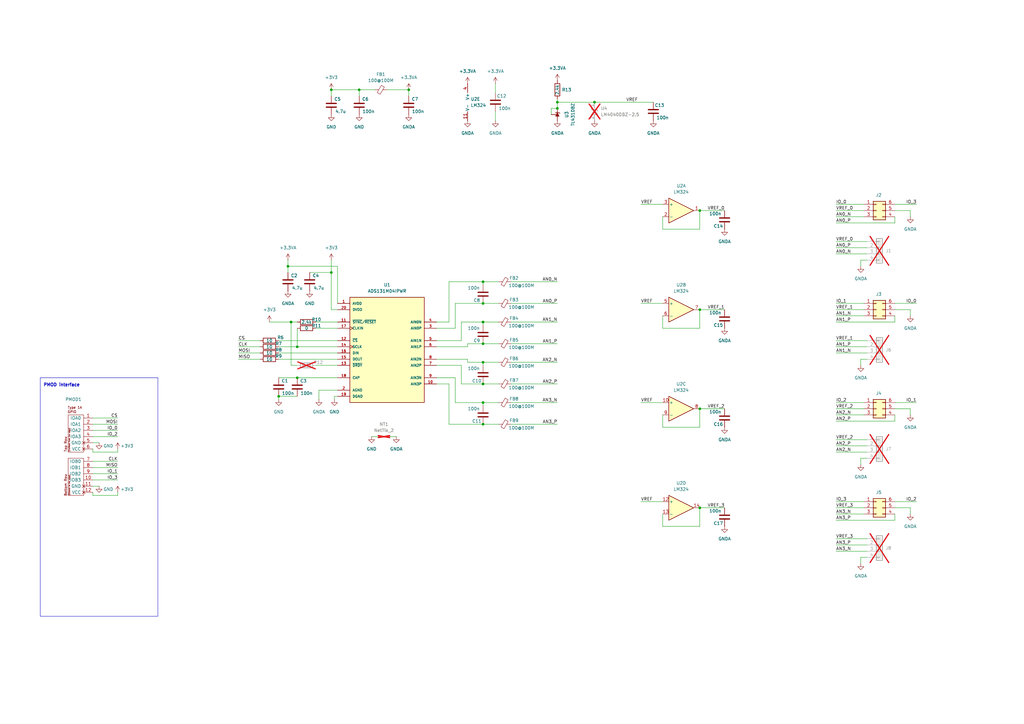
<source format=kicad_sch>
(kicad_sch (version 20231120) (generator "eeschema") (generator_version "8.0")
  (paper "A3")
  (title_block (title "100BASET/T1 adapter") (date "2024-01-06") (rev "1.0"))
  (lib_symbols
    (symbol "ADS131M04IPWR:ADS131M04IPWR" (pin_names (offset 1.016))
      (property "Reference" "U" (at -15.24 23.86 0))
      (property "Value" "ADS131M04IPWR" (at -15.24 -24.32 0))
      (symbol "ADS131M04IPWR_0_0"
        (rectangle (start -15.24 -20.32) (end 15.24 22.86) (stroke (width 0.254)) (fill (type background)))
        (pin power_in line (at 20.32 20.32 180) (length 5.08) (name "AVDD") (number "1"))
        (pin input line (at -20.32 -12.7 0) (length 5.08) (name "AIN3P") (number "10"))
        (pin input line (at 20.32 12.7 180) (length 5.08) (name "~{SYNC}/~{RESET}") (number "11"))
        (pin input line (at 20.32 5.08 180) (length 5.08) (name "~{CS}") (number "12"))
        (pin output line (at 20.32 -5.08 180) (length 5.08) (name "~{DRDY}") (number "13"))
        (pin input clock (at 20.32 2.54 180) (length 5.08) (name "SCLK") (number "14"))
        (pin output line (at 20.32 -2.54 180) (length 5.08) (name "DOUT") (number "15"))
        (pin input line (at 20.32 0 180) (length 5.08) (name "DIN") (number "16"))
        (pin input clock (at 20.32 10.16 180) (length 5.08) (name "CLKIN") (number "17"))
        (pin output line (at 20.32 -10.16 180) (length 5.08) (name "CAP") (number "18"))
        (pin power_in line (at 20.32 -17.78 180) (length 5.08) (name "DGND") (number "19"))
        (pin power_in line (at 20.32 -15.24 180) (length 5.08) (name "AGND") (number "2"))
        (pin power_in line (at 20.32 17.78 180) (length 5.08) (name "DVDD") (number "20"))
        (pin input line (at -20.32 10.16 0) (length 5.08) (name "AIN0P") (number "3"))
        (pin input line (at -20.32 12.7 0) (length 5.08) (name "AIN0N") (number "4"))
        (pin input line (at -20.32 5.08 0) (length 5.08) (name "AIN1N") (number "5"))
        (pin input line (at -20.32 2.54 0) (length 5.08) (name "AIN1P") (number "6"))
        (pin input line (at -20.32 -5.08 0) (length 5.08) (name "AIN2P") (number "7"))
        (pin input line (at -20.32 -2.54 0) (length 5.08) (name "AIN2N") (number "8"))
        (pin input line (at -20.32 -10.16 0) (length 5.08) (name "AIN3N") (number "9"))
      )
    )
    (symbol "Amplifier_Operational:LM324" (pin_names (offset 0.127))
      (property "Reference" "U" (at 0 5.08 0))
      (property "Value" "LM324" (at 0 -5.08 0))
      (symbol "LM324_1_1"
        (polyline (pts (xy -5.08 5.08) (xy 5.08 0) (xy -5.08 -5.08) (xy -5.08 5.08)) (stroke (width 0.254)) (fill (type background)))
        (pin output line (at 7.62 0 180) (length 2.54) (name "~") (number "1"))
        (pin input line (at -7.62 -2.54 0) (length 2.54) (name "-") (number "2"))
        (pin input line (at -7.62 2.54 0) (length 2.54) (name "+") (number "3"))
      )
      (symbol "LM324_2_1"
        (polyline (pts (xy -5.08 5.08) (xy 5.08 0) (xy -5.08 -5.08) (xy -5.08 5.08)) (stroke (width 0.254)) (fill (type background)))
        (pin input line (at -7.62 2.54 0) (length 2.54) (name "+") (number "5"))
        (pin input line (at -7.62 -2.54 0) (length 2.54) (name "-") (number "6"))
        (pin output line (at 7.62 0 180) (length 2.54) (name "~") (number "7"))
      )
      (symbol "LM324_3_1"
        (polyline (pts (xy -5.08 5.08) (xy 5.08 0) (xy -5.08 -5.08) (xy -5.08 5.08)) (stroke (width 0.254)) (fill (type background)))
        (pin input line (at -7.62 2.54 0) (length 2.54) (name "+") (number "10"))
        (pin output line (at 7.62 0 180) (length 2.54) (name "~") (number "8"))
        (pin input line (at -7.62 -2.54 0) (length 2.54) (name "-") (number "9"))
      )
      (symbol "LM324_4_1"
        (polyline (pts (xy -5.08 5.08) (xy 5.08 0) (xy -5.08 -5.08) (xy -5.08 5.08)) (stroke (width 0.254)) (fill (type background)))
        (pin input line (at -7.62 2.54 0) (length 2.54) (name "+") (number "12"))
        (pin input line (at -7.62 -2.54 0) (length 2.54) (name "-") (number "13"))
        (pin output line (at 7.62 0 180) (length 2.54) (name "~") (number "14"))
      )
      (symbol "LM324_5_1"
        (pin power_in line (at -2.54 -7.62 90) (length 3.81) (name "V-") (number "11"))
        (pin power_in line (at -2.54 7.62 270) (length 3.81) (name "V+") (number "4"))
      )
    )
    (symbol "Connector_Generic:Conn_01x04" (pin_names (offset 1.016) hide)
      (property "Reference" "J" (at 0 5.08 0))
      (property "Value" "Conn_01x04" (at 0 -7.62 0))
      (symbol "Conn_01x04_1_1"
        (rectangle (start -1.27 -4.953) (end 0 -5.207) (stroke (width 0.1524)))
        (rectangle (start -1.27 -2.413) (end 0 -2.667) (stroke (width 0.1524)))
        (rectangle (start -1.27 0.127) (end 0 -0.127) (stroke (width 0.1524)))
        (rectangle (start -1.27 2.667) (end 0 2.413) (stroke (width 0.1524)))
        (rectangle (start -1.27 3.81) (end 1.27 -6.35) (stroke (width 0.254)) (fill (type background)))
        (pin passive line (at -5.08 2.54 0) (length 3.81) (name "Pin_1") (number "1"))
        (pin passive line (at -5.08 0 0) (length 3.81) (name "Pin_2") (number "2"))
        (pin passive line (at -5.08 -2.54 0) (length 3.81) (name "Pin_3") (number "3"))
        (pin passive line (at -5.08 -5.08 0) (length 3.81) (name "Pin_4") (number "4"))
      )
    )
    (symbol "Connector_Generic:Conn_02x03_Counter_Clockwise" (pin_names (offset 1.016) hide)
      (property "Reference" "J" (at 1.27 5.08 0))
      (property "Value" "Conn_02x03_Counter_Clockwise" (at 1.27 -5.08 0))
      (symbol "Conn_02x03_Counter_Clockwise_1_1"
        (rectangle (start -1.27 -2.413) (end 0 -2.667) (stroke (width 0.1524)))
        (rectangle (start -1.27 0.127) (end 0 -0.127) (stroke (width 0.1524)))
        (rectangle (start -1.27 2.667) (end 0 2.413) (stroke (width 0.1524)))
        (rectangle (start -1.27 3.81) (end 3.81 -3.81) (stroke (width 0.254)) (fill (type background)))
        (rectangle (start 3.81 -2.413) (end 2.54 -2.667) (stroke (width 0.1524)))
        (rectangle (start 3.81 0.127) (end 2.54 -0.127) (stroke (width 0.1524)))
        (rectangle (start 3.81 2.667) (end 2.54 2.413) (stroke (width 0.1524)))
        (pin passive line (at -5.08 2.54 0) (length 3.81) (name "Pin_1") (number "1"))
        (pin passive line (at -5.08 0 0) (length 3.81) (name "Pin_2") (number "2"))
        (pin passive line (at -5.08 -2.54 0) (length 3.81) (name "Pin_3") (number "3"))
        (pin passive line (at 7.62 -2.54 180) (length 3.81) (name "Pin_4") (number "4"))
        (pin passive line (at 7.62 0 180) (length 3.81) (name "Pin_5") (number "5"))
        (pin passive line (at 7.62 2.54 180) (length 3.81) (name "Pin_6") (number "6"))
      )
    )
    (symbol "Device:C" (pin_numbers hide) (pin_names (offset 0.254))
      (property "Reference" "C" (at 0.635 2.54 0))
      (property "Value" "C" (at 0.635 -2.54 0))
      (symbol "C_0_1"
        (polyline (pts (xy -2.032 -0.762) (xy 2.032 -0.762)) (stroke (width 0.508)))
        (polyline (pts (xy -2.032 0.762) (xy 2.032 0.762)) (stroke (width 0.508)))
      )
      (symbol "C_1_1"
        (pin passive line (at 0 3.81 270) (length 2.794) (name "~") (number "1"))
        (pin passive line (at 0 -3.81 90) (length 2.794) (name "~") (number "2"))
      )
    )
    (symbol "Device:FerriteBead_Small" (pin_numbers hide) (pin_names (offset 0))
      (property "Reference" "FB" (at 1.905 1.27 0))
      (property "Value" "FerriteBead_Small" (at 1.905 -1.27 0))
      (symbol "FerriteBead_Small_0_1"
        (polyline (pts (xy 0 -1.27) (xy 0 -0.7874)))
        (polyline (pts (xy 0 0.889) (xy 0 1.2954)))
        (polyline (pts (xy -1.8288 0.2794) (xy -1.1176 1.4986) (xy 1.8288 -0.2032) (xy 1.1176 -1.4224) (xy -1.8288 0.2794)))
      )
      (symbol "FerriteBead_Small_1_1"
        (pin passive line (at 0 2.54 270) (length 1.27) (name "~") (number "1"))
        (pin passive line (at 0 -2.54 90) (length 1.27) (name "~") (number "2"))
      )
    )
    (symbol "Device:NetTie_2" (pin_numbers hide) (pin_names (offset 0) hide) (in_bom no)
      (property "Reference" "NT" (at 0 1.27 0))
      (property "Value" "NetTie_2" (at 0 -1.27 0))
      (symbol "NetTie_2_0_1"
        (polyline (pts (xy -1.27 0) (xy 1.27 0)) (stroke (width 0.254)))
      )
      (symbol "NetTie_2_1_1"
        (pin passive line (at -2.54 0 0) (length 2.54) (name "1") (number "1"))
        (pin passive line (at 2.54 0 180) (length 2.54) (name "2") (number "2"))
      )
    )
    (symbol "Device:R" (pin_numbers hide) (pin_names (offset 0))
      (property "Reference" "R" (at 2.032 0 90))
      (property "Value" "R" (at 0 0 90))
      (symbol "R_0_1"
        (rectangle (start -1.016 -2.54) (end 1.016 2.54) (stroke (width 0.254)))
      )
      (symbol "R_1_1"
        (pin passive line (at 0 3.81 270) (length 1.27) (name "~") (number "1"))
        (pin passive line (at 0 -3.81 90) (length 1.27) (name "~") (number "2"))
      )
    )
    (symbol "Reference_Voltage:LM4040DBZ-2.5" (pin_names (offset 0.0254) hide)
      (property "Reference" "U" (at 0 2.54 0))
      (property "Value" "LM4040DBZ-2.5" (at 0 -3.175 0))
      (symbol "LM4040DBZ-2.5_0_1"
        (polyline (pts (xy -1.27 0) (xy 0 0) (xy 1.27 0)))
        (polyline (pts (xy -1.27 -1.27) (xy 0.635 0) (xy -1.27 1.27) (xy -1.27 -1.27)) (stroke (width 0.2032)))
        (polyline (pts (xy 0 -1.27) (xy 0.635 -1.27) (xy 0.635 1.27) (xy 1.27 1.27)) (stroke (width 0.2032)))
      )
      (symbol "LM4040DBZ-2.5_1_1"
        (pin passive line (at 3.81 0 180) (length 2.54) (name "K") (number "1"))
        (pin passive line (at -3.81 0 0) (length 2.54) (name "A") (number "2"))
      )
    )
    (symbol "Reference_Voltage:TL431DBZ" (pin_numbers hide) (pin_names hide)
      (property "Reference" "U" (at -2.54 2.54 0))
      (property "Value" "TL431DBZ" (at 0 -2.54 0))
      (symbol "TL431DBZ_0_1"
        (polyline (pts (xy -1.27 0) (xy 0 0) (xy 1.27 0)))
        (polyline (pts (xy -0.762 0.762) (xy 0.762 0) (xy -0.762 -0.762)) (fill (type outline)))
        (polyline (pts (xy 0.508 -1.016) (xy 0.762 -0.762) (xy 0.762 0.762) (xy 0.762 0.762)) (stroke (width 0.254)))
      )
      (symbol "TL431DBZ_1_1"
        (pin passive line (at 2.54 0 180) (length 2.54) (name "K") (number "1"))
        (pin passive line (at 0 2.54 270) (length 2.54) (name "REF") (number "2"))
        (pin passive line (at -2.54 0 0) (length 2.54) (name "A") (number "3"))
      )
    )
    (symbol "pmod:PMOD-Device-x2-Type-1A-GPIO" (pin_names (offset 1.016))
      (property "Reference" "PMOD" (at -3.302 -1.27 0))
      (property "Datasheet" "https://docs.google.com/a/mithis.com/spreadsheets/d/1D-GboyrP57VVpejQzEm0P1WEORo1LAIt92hk1bZGEoo/edit#gid=0" (at -1.27 7.62 0))
      (symbol "PMOD-Device-x2-Type-1A-GPIO_0_0"
        (text "(Closest to the edge)" (at -5.842 -13.462 900) (effects (font (size 0.508 0.508))))
        (text "(Furthest from the edge)" (at -5.842 5.08 900) (effects (font (size 0.508 0.508))))
        (text "Bottom Row" (at -7.366 -13.462 900) (effects (font (size 0.9906 0.9906))))
        (text "GPIO" (at -6.604 16.51 0) (effects (font (size 0.9906 0.9906)) (justify left)))
        (text "Top Row" (at -7.366 3.302 900) (effects (font (size 0.9906 0.9906))))
        (text "Type 1A" (at -6.604 18.288 0) (effects (font (size 0.9906 0.9906)) (justify left)))
      )
      (symbol "PMOD-Device-x2-Type-1A-GPIO_0_1"
        (rectangle (start -6.35 -2.54) (end 0 -17.78))
        (rectangle (start 0 15.24) (end -6.35 0))
      )
      (symbol "PMOD-Device-x2-Type-1A-GPIO_1_1"
        (pin bidirectional line (at 3.81 13.97 180) (length 3.81) (name "IOA0") (number "1"))
        (pin bidirectional line (at 3.81 -11.43 180) (length 3.81) (name "IOB3") (number "10"))
        (pin power_out non_logic (at 3.81 -13.97 180) (length 3.81) (name "GND") (number "11"))
        (pin power_out non_logic (at 3.81 -16.51 180) (length 3.81) (name "VCC") (number "12"))
        (pin bidirectional line (at 3.81 11.43 180) (length 3.81) (name "IOA1") (number "2"))
        (pin bidirectional line (at 3.81 8.89 180) (length 3.81) (name "IOA2") (number "3"))
        (pin bidirectional line (at 3.81 6.35 180) (length 3.81) (name "IOA3") (number "4"))
        (pin power_out non_logic (at 3.81 3.81 180) (length 3.81) (name "GND") (number "5"))
        (pin power_out non_logic (at 3.81 1.27 180) (length 3.81) (name "VCC") (number "6"))
        (pin bidirectional line (at 3.81 -3.81 180) (length 3.81) (name "IOB0") (number "7"))
        (pin bidirectional line (at 3.81 -6.35 180) (length 3.81) (name "IOB1") (number "8"))
        (pin bidirectional line (at 3.81 -8.89 180) (length 3.81) (name "IOB2") (number "9"))
      )
    )
    (symbol "power:+3.3V" (power) (pin_names (offset 0))
      (property "Value" "+3.3V" (at 0 3.556 0))
      (symbol "+3.3V_0_1"
        (polyline (pts (xy -0.762 1.27) (xy 0 2.54)))
        (polyline (pts (xy 0 0) (xy 0 2.54)))
        (polyline (pts (xy 0 2.54) (xy 0.762 1.27)))
      )
      (symbol "+3.3V_1_1"
        (pin power_in line (at 0 0 90) (length 0) hide (name "+3V3") (number "1"))
      )
    )
    (symbol "power:+3.3VA" (power) (pin_numbers hide) (pin_names (offset 0) hide)
      (property "Value" "+3.3VA" (at 0 3.556 0))
      (symbol "+3.3VA_0_1"
        (polyline (pts (xy -0.762 1.27) (xy 0 2.54)))
        (polyline (pts (xy 0 0) (xy 0 2.54)))
        (polyline (pts (xy 0 2.54) (xy 0.762 1.27)))
      )
      (symbol "+3.3VA_1_1"
        (pin power_in line (at 0 0 90) (length 0) (name "~") (number "1"))
      )
    )
    (symbol "power:GND" (power) (pin_names (offset 0))
      (property "Value" "GND" (at 0 -3.81 0))
      (symbol "GND_0_1"
        (polyline (pts (xy 0 0) (xy 0 -1.27) (xy 1.27 -1.27) (xy 0 -2.54) (xy -1.27 -1.27) (xy 0 -1.27)))
      )
      (symbol "GND_1_1"
        (pin power_in line (at 0 0 270) (length 0) hide (name "GND") (number "1"))
      )
    )
    (symbol "power:GNDA" (power) (pin_numbers hide) (pin_names (offset 0) hide)
      (property "Value" "GNDA" (at 0 -3.81 0))
      (symbol "GNDA_0_1"
        (polyline (pts (xy 0 0) (xy 0 -1.27) (xy 1.27 -1.27) (xy 0 -2.54) (xy -1.27 -1.27) (xy 0 -1.27)))
      )
      (symbol "GNDA_1_1"
        (pin power_in line (at 0 0 270) (length 0) (name "~") (number "1"))
      )
    )
  )
  (junction (at 198.12 132.08))
  (junction (at 147.32 36.83))
  (junction (at 287.02 167.64))
  (junction (at 198.12 115.57))
  (junction (at 121.92 142.24))
  (junction (at 118.11 109.22))
  (junction (at 198.12 173.99))
  (junction (at 287.02 86.36))
  (junction (at 198.12 140.97))
  (junction (at 114.3 162.56))
  (junction (at 243.84 41.91))
  (junction (at 198.12 165.1))
  (junction (at 198.12 124.46))
  (junction (at 198.12 157.48))
  (junction (at 119.38 132.08))
  (junction (at 135.89 111.76))
  (junction (at 287.02 208.28))
  (junction (at 228.6 44.45))
  (junction (at 228.6 41.91))
  (junction (at 167.64 36.83))
  (junction (at 287.02 127))
  (junction (at 121.92 154.94))
  (junction (at 198.12 148.59))
  (junction (at 135.89 36.83))
  (wire (pts (xy 179.07 157.48) (xy 184.15 157.48)))
  (wire (pts (xy 48.26 184.15) (xy 48.26 185.42)))
  (wire (pts (xy 38.1 179.07) (xy 48.26 179.07)))
  (wire (pts (xy 179.07 142.24) (xy 191.77 142.24)))
  (wire (pts (xy 355.6 187.96) (xy 353.06 187.96)))
  (wire (pts (xy 198.12 133.35) (xy 198.12 132.08)))
  (wire (pts (xy 342.9 213.36) (xy 367.03 213.36)))
  (wire (pts (xy 353.06 187.96) (xy 353.06 190.5)))
  (wire (pts (xy 198.12 115.57) (xy 204.47 115.57)))
  (wire (pts (xy 38.1 194.31) (xy 48.26 194.31)))
  (wire (pts (xy 97.79 139.7) (xy 106.68 139.7)))
  (wire (pts (xy 135.89 106.68) (xy 135.89 111.76)))
  (wire (pts (xy 147.32 36.83) (xy 147.32 39.37)))
  (wire (pts (xy 367.03 205.74) (xy 375.92 205.74)))
  (wire (pts (xy 287.02 134.62) (xy 287.02 127)))
  (wire (pts (xy 129.54 134.62) (xy 138.43 134.62)))
  (wire (pts (xy 118.11 106.68) (xy 118.11 109.22)))
  (wire (pts (xy 342.9 101.6) (xy 355.6 101.6)))
  (wire (pts (xy 342.9 139.7) (xy 355.6 139.7)))
  (wire (pts (xy 209.55 115.57) (xy 228.6 115.57)))
  (wire (pts (xy 209.55 132.08) (xy 228.6 132.08)))
  (wire (pts (xy 342.9 172.72) (xy 367.03 172.72)))
  (wire (pts (xy 367.03 124.46) (xy 375.92 124.46)))
  (wire (pts (xy 97.79 142.24) (xy 106.68 142.24)))
  (polyline (pts (xy 16.51 154.94) (xy 16.51 252.73)))
  (wire (pts (xy 135.89 36.83) (xy 135.89 39.37)))
  (wire (pts (xy 152.4 179.07) (xy 154.94 179.07)))
  (wire (pts (xy 367.03 88.9) (xy 367.03 91.44)))
  (wire (pts (xy 271.78 210.82) (xy 271.78 215.9)))
  (wire (pts (xy 342.9 88.9) (xy 354.33 88.9)))
  (wire (pts (xy 191.77 147.32) (xy 191.77 148.59)))
  (wire (pts (xy 367.03 170.18) (xy 367.03 172.72)))
  (wire (pts (xy 38.1 185.42) (xy 38.1 184.15)))
  (wire (pts (xy 342.9 104.14) (xy 355.6 104.14)))
  (wire (pts (xy 191.77 142.24) (xy 191.77 140.97)))
  (wire (pts (xy 203.2 45.72) (xy 203.2 49.53)))
  (wire (pts (xy 342.9 185.42) (xy 355.6 185.42)))
  (wire (pts (xy 114.3 154.94) (xy 121.92 154.94)))
  (wire (pts (xy 38.1 176.53) (xy 48.26 176.53)))
  (wire (pts (xy 342.9 83.82) (xy 354.33 83.82)))
  (wire (pts (xy 342.9 129.54) (xy 354.33 129.54)))
  (wire (pts (xy 367.03 86.36) (xy 373.38 86.36)))
  (wire (pts (xy 189.23 157.48) (xy 198.12 157.48)))
  (wire (pts (xy 342.9 182.88) (xy 355.6 182.88)))
  (wire (pts (xy 119.38 149.86) (xy 119.38 132.08)))
  (wire (pts (xy 262.89 205.74) (xy 271.78 205.74)))
  (wire (pts (xy 342.9 132.08) (xy 367.03 132.08)))
  (wire (pts (xy 118.11 109.22) (xy 118.11 111.76)))
  (wire (pts (xy 373.38 208.28) (xy 373.38 210.82)))
  (wire (pts (xy 209.55 157.48) (xy 228.6 157.48)))
  (wire (pts (xy 373.38 167.64) (xy 373.38 170.18)))
  (wire (pts (xy 367.03 167.64) (xy 373.38 167.64)))
  (wire (pts (xy 189.23 132.08) (xy 198.12 132.08)))
  (wire (pts (xy 198.12 124.46) (xy 204.47 124.46)))
  (wire (pts (xy 114.3 142.24) (xy 121.92 142.24)))
  (wire (pts (xy 367.03 165.1) (xy 375.92 165.1)))
  (wire (pts (xy 186.69 134.62) (xy 186.69 124.46)))
  (wire (pts (xy 198.12 140.97) (xy 204.47 140.97)))
  (wire (pts (xy 367.03 129.54) (xy 367.03 132.08)))
  (wire (pts (xy 198.12 149.86) (xy 198.12 148.59)))
  (wire (pts (xy 97.79 147.32) (xy 106.68 147.32)))
  (wire (pts (xy 209.55 165.1) (xy 228.6 165.1)))
  (wire (pts (xy 130.81 160.02) (xy 130.81 163.83)))
  (wire (pts (xy 38.1 191.77) (xy 48.26 191.77)))
  (wire (pts (xy 135.89 36.83) (xy 147.32 36.83)))
  (wire (pts (xy 353.06 106.68) (xy 353.06 109.22)))
  (wire (pts (xy 167.64 36.83) (xy 167.64 39.37)))
  (wire (pts (xy 198.12 157.48) (xy 204.47 157.48)))
  (wire (pts (xy 203.2 34.29) (xy 203.2 38.1)))
  (wire (pts (xy 226.06 46.99) (xy 226.06 44.45)))
  (wire (pts (xy 271.78 215.9) (xy 287.02 215.9)))
  (wire (pts (xy 138.43 124.46) (xy 138.43 109.22)))
  (wire (pts (xy 271.78 170.18) (xy 271.78 175.26)))
  (wire (pts (xy 209.55 124.46) (xy 228.6 124.46)))
  (wire (pts (xy 191.77 140.97) (xy 198.12 140.97)))
  (wire (pts (xy 243.84 41.91) (xy 267.97 41.91)))
  (wire (pts (xy 38.1 196.85) (xy 48.26 196.85)))
  (wire (pts (xy 179.07 132.08) (xy 184.15 132.08)))
  (wire (pts (xy 127 111.76) (xy 135.89 111.76)))
  (wire (pts (xy 114.3 139.7) (xy 138.43 139.7)))
  (wire (pts (xy 184.15 132.08) (xy 184.15 115.57)))
  (wire (pts (xy 342.9 180.34) (xy 355.6 180.34)))
  (wire (pts (xy 287.02 215.9) (xy 287.02 208.28)))
  (wire (pts (xy 373.38 86.36) (xy 373.38 88.9)))
  (wire (pts (xy 184.15 157.48) (xy 184.15 173.99)))
  (wire (pts (xy 135.89 127) (xy 138.43 127)))
  (wire (pts (xy 38.1 171.45) (xy 48.26 171.45)))
  (wire (pts (xy 287.02 86.36) (xy 297.18 86.36)))
  (wire (pts (xy 342.9 223.52) (xy 355.6 223.52)))
  (wire (pts (xy 38.1 203.2) (xy 38.1 201.93)))
  (wire (pts (xy 262.89 165.1) (xy 271.78 165.1)))
  (wire (pts (xy 271.78 88.9) (xy 271.78 93.98)))
  (wire (pts (xy 353.06 147.32) (xy 353.06 149.86)))
  (wire (pts (xy 367.03 210.82) (xy 367.03 213.36)))
  (wire (pts (xy 342.9 170.18) (xy 354.33 170.18)))
  (wire (pts (xy 198.12 165.1) (xy 204.47 165.1)))
  (wire (pts (xy 367.03 127) (xy 373.38 127)))
  (wire (pts (xy 119.38 132.08) (xy 121.92 132.08)))
  (wire (pts (xy 271.78 93.98) (xy 287.02 93.98)))
  (wire (pts (xy 38.1 181.61) (xy 40.64 181.61)))
  (wire (pts (xy 226.06 44.45) (xy 228.6 44.45)))
  (wire (pts (xy 137.16 162.56) (xy 137.16 163.83)))
  (wire (pts (xy 121.92 149.86) (xy 119.38 149.86)))
  (wire (pts (xy 129.54 149.86) (xy 138.43 149.86)))
  (wire (pts (xy 342.9 99.06) (xy 355.6 99.06)))
  (wire (pts (xy 209.55 173.99) (xy 228.6 173.99)))
  (polyline (pts (xy 64.77 154.94) (xy 16.51 154.94)))
  (wire (pts (xy 138.43 109.22) (xy 118.11 109.22)))
  (wire (pts (xy 287.02 93.98) (xy 287.02 86.36)))
  (wire (pts (xy 228.6 44.45) (xy 228.6 41.91)))
  (wire (pts (xy 287.02 127) (xy 297.18 127)))
  (wire (pts (xy 342.9 127) (xy 354.33 127)))
  (wire (pts (xy 209.55 148.59) (xy 228.6 148.59)))
  (wire (pts (xy 367.03 83.82) (xy 375.92 83.82)))
  (wire (pts (xy 147.32 36.83) (xy 153.67 36.83)))
  (wire (pts (xy 367.03 208.28) (xy 373.38 208.28)))
  (wire (pts (xy 138.43 162.56) (xy 137.16 162.56)))
  (wire (pts (xy 342.9 91.44) (xy 367.03 91.44)))
  (wire (pts (xy 38.1 189.23) (xy 48.26 189.23)))
  (wire (pts (xy 38.1 173.99) (xy 48.26 173.99)))
  (wire (pts (xy 97.79 144.78) (xy 106.68 144.78)))
  (wire (pts (xy 355.6 106.68) (xy 353.06 106.68)))
  (wire (pts (xy 189.23 139.7) (xy 189.23 132.08)))
  (wire (pts (xy 121.92 134.62) (xy 121.92 142.24)))
  (wire (pts (xy 373.38 127) (xy 373.38 129.54)))
  (wire (pts (xy 184.15 173.99) (xy 198.12 173.99)))
  (wire (pts (xy 121.92 154.94) (xy 138.43 154.94)))
  (wire (pts (xy 353.06 228.6) (xy 353.06 231.14)))
  (wire (pts (xy 114.3 162.56) (xy 114.3 163.83)))
  (wire (pts (xy 121.92 142.24) (xy 138.43 142.24)))
  (wire (pts (xy 262.89 83.82) (xy 271.78 83.82)))
  (wire (pts (xy 186.69 154.94) (xy 186.69 165.1)))
  (wire (pts (xy 114.3 162.56) (xy 121.92 162.56)))
  (wire (pts (xy 160.02 179.07) (xy 162.56 179.07)))
  (wire (pts (xy 228.6 41.91) (xy 243.84 41.91)))
  (wire (pts (xy 179.07 134.62) (xy 186.69 134.62)))
  (wire (pts (xy 48.26 185.42) (xy 38.1 185.42)))
  (wire (pts (xy 342.9 142.24) (xy 355.6 142.24)))
  (wire (pts (xy 129.54 132.08) (xy 138.43 132.08)))
  (wire (pts (xy 342.9 165.1) (xy 354.33 165.1)))
  (wire (pts (xy 342.9 124.46) (xy 354.33 124.46)))
  (wire (pts (xy 342.9 226.06) (xy 355.6 226.06)))
  (wire (pts (xy 48.26 201.93) (xy 48.26 203.2)))
  (polyline (pts (xy 64.77 252.73) (xy 64.77 154.94)))
  (wire (pts (xy 191.77 148.59) (xy 198.12 148.59)))
  (wire (pts (xy 198.12 148.59) (xy 204.47 148.59)))
  (wire (pts (xy 342.9 86.36) (xy 354.33 86.36)))
  (wire (pts (xy 110.49 132.08) (xy 119.38 132.08)))
  (wire (pts (xy 271.78 134.62) (xy 287.02 134.62)))
  (wire (pts (xy 287.02 208.28) (xy 297.18 208.28)))
  (wire (pts (xy 287.02 167.64) (xy 297.18 167.64)))
  (wire (pts (xy 342.9 144.78) (xy 355.6 144.78)))
  (wire (pts (xy 342.9 205.74) (xy 354.33 205.74)))
  (wire (pts (xy 114.3 144.78) (xy 138.43 144.78)))
  (wire (pts (xy 138.43 160.02) (xy 130.81 160.02)))
  (polyline (pts (xy 16.51 252.73) (xy 64.77 252.73)))
  (wire (pts (xy 271.78 175.26) (xy 287.02 175.26)))
  (wire (pts (xy 262.89 124.46) (xy 271.78 124.46)))
  (wire (pts (xy 271.78 129.54) (xy 271.78 134.62)))
  (wire (pts (xy 342.9 167.64) (xy 354.33 167.64)))
  (wire (pts (xy 184.15 115.57) (xy 198.12 115.57)))
  (wire (pts (xy 186.69 124.46) (xy 198.12 124.46)))
  (wire (pts (xy 189.23 149.86) (xy 189.23 157.48)))
  (wire (pts (xy 38.1 199.39) (xy 40.64 199.39)))
  (wire (pts (xy 198.12 173.99) (xy 204.47 173.99)))
  (wire (pts (xy 342.9 210.82) (xy 354.33 210.82)))
  (wire (pts (xy 198.12 116.84) (xy 198.12 115.57)))
  (wire (pts (xy 198.12 132.08) (xy 204.47 132.08)))
  (wire (pts (xy 135.89 111.76) (xy 135.89 127)))
  (wire (pts (xy 114.3 147.32) (xy 138.43 147.32)))
  (wire (pts (xy 179.07 139.7) (xy 189.23 139.7)))
  (wire (pts (xy 355.6 147.32) (xy 353.06 147.32)))
  (wire (pts (xy 158.75 36.83) (xy 167.64 36.83)))
  (wire (pts (xy 198.12 166.37) (xy 198.12 165.1)))
  (wire (pts (xy 179.07 147.32) (xy 191.77 147.32)))
  (wire (pts (xy 342.9 208.28) (xy 354.33 208.28)))
  (wire (pts (xy 228.6 41.91) (xy 228.6 40.64)))
  (wire (pts (xy 355.6 228.6) (xy 353.06 228.6)))
  (wire (pts (xy 179.07 154.94) (xy 186.69 154.94)))
  (wire (pts (xy 186.69 165.1) (xy 198.12 165.1)))
  (wire (pts (xy 48.26 203.2) (xy 38.1 203.2)))
  (wire (pts (xy 209.55 140.97) (xy 228.6 140.97)))
  (wire (pts (xy 179.07 149.86) (xy 189.23 149.86)))
  (wire (pts (xy 342.9 220.98) (xy 355.6 220.98)))
  (wire (pts (xy 287.02 175.26) (xy 287.02 167.64)))
  (text "PMOD interface" (at 17.78 158.75 0) (effects (font (size 1.27 1.27) (thickness 0.254) (bold yes)) (justify left bottom)))
  (label "VREF_0" (at 297.18 86.36 180))
  (label "VREF_2" (at 342.9 167.64 0))
  (label "VREF" (at 261.62 41.91 180))
  (label "AN2_N" (at 342.9 170.18 0))
  (label "VREF_1" (at 297.18 127 180))
  (label "CS" (at 97.79 139.7 0))
  (label "VREF_2" (at 342.9 180.34 0))
  (label "AN0_N" (at 342.9 88.9 0))
  (label "AN1_P" (at 342.9 132.08 0))
  (label "VREF" (at 262.89 124.46 0))
  (label "CLK" (at 97.79 142.24 0))
  (label "AN2_N" (at 228.6 148.59 180))
  (label "VREF_3" (at 342.9 208.28 0))
  (label "AN3_P" (at 342.9 213.36 0))
  (label "AN1_N" (at 342.9 144.78 0))
  (label "VREF_3" (at 342.9 220.98 0))
  (label "IO_0" (at 375.92 124.46 180))
  (label "MISO" (at 97.79 147.32 0))
  (label "VREF_0" (at 342.9 86.36 0))
  (label "VREF" (at 262.89 165.1 0))
  (label "IO_2" (at 375.92 205.74 180))
  (label "VREF" (at 262.89 83.82 0))
  (label "IO_1" (at 342.9 124.46 0))
  (label "VREF_1" (at 342.9 139.7 0))
  (label "VREF_3" (at 297.18 208.28 180))
  (label "VREF_1" (at 342.9 127 0))
  (label "AN2_N" (at 342.9 185.42 0))
  (label "IO_2" (at 342.9 165.1 0))
  (label "VREF" (at 262.89 205.74 0))
  (label "AN3_N" (at 342.9 226.06 0))
  (label "AN3_P" (at 228.6 173.99 180))
  (label "VREF_2" (at 297.18 167.64 180))
  (label "IO_0" (at 48.26 176.53 180))
  (label "VREF_0" (at 342.9 99.06 0))
  (label "AN3_N" (at 228.6 165.1 180))
  (label "IO_3" (at 342.9 205.74 0))
  (label "AN1_N" (at 342.9 129.54 0))
  (label "IO_2" (at 48.26 179.07 180))
  (label "MISO" (at 48.26 191.77 180))
  (label "MOSI" (at 97.79 144.78 0))
  (label "IO_1" (at 375.92 165.1 180))
  (label "CLK" (at 48.26 189.23 180))
  (label "AN0_N" (at 228.6 115.57 180))
  (label "AN3_N" (at 342.9 210.82 0))
  (label "IO_3" (at 375.92 83.82 180))
  (label "CS" (at 48.26 171.45 180))
  (label "AN0_P" (at 228.6 124.46 180))
  (label "AN2_P" (at 342.9 182.88 0))
  (label "MOSI" (at 48.26 173.99 180))
  (label "AN0_P" (at 342.9 101.6 0))
  (label "AN0_N" (at 342.9 104.14 0))
  (label "AN3_P" (at 342.9 223.52 0))
  (label "IO_1" (at 48.26 194.31 180))
  (label "AN2_P" (at 228.6 157.48 180))
  (label "IO_3" (at 48.26 196.85 180))
  (label "AN1_P" (at 342.9 142.24 0))
  (label "AN1_N" (at 228.6 132.08 180))
  (label "AN2_P" (at 342.9 172.72 0))
  (label "IO_0" (at 342.9 83.82 0))
  (label "AN1_P" (at 228.6 140.97 180))
  (label "AN0_P" (at 342.9 91.44 0))
  (symbol (lib_id "Device:FerriteBead_Small") (at 207.01 140.97 90) (unit 1)
    (property "Reference" "FB5" (at 210.82 139.446 90))
    (property "Value" "100@100M" (at 213.868 142.494 90))
    (property "Footprint" "Resistor_SMD:R_0805_2012Metric" (effects (hide yes)))
    (property "LCSC" "C1015" (effects (hide yes)))
  )
  (symbol (lib_id "Device:FerriteBead_Small") (at 207.01 132.08 90) (unit 1)
    (property "Reference" "FB4" (at 210.82 130.556 90))
    (property "Value" "100@100M" (at 213.868 133.604 90))
    (property "Footprint" "Resistor_SMD:R_0805_2012Metric" (effects (hide yes)))
    (property "LCSC" "C1015" (effects (hide yes)))
  )
  (symbol (lib_id "Device:C") (at 118.11 115.57 180) (unit 1)
    (property "Reference" "C2" (at 120.65 113.03 0))
    (property "Value" "4.7u" (at 121.92 118.11 0))
    (property "Footprint" "Capacitor_SMD:C_0603_1608Metric" (effects (hide yes)))
    (property "LCSC" "C19666" (effects (hide yes)))
  )
  (symbol (lib_id "power:+3.3V") (at 48.26 201.93 0) (unit 1)
    (property "Reference" "#PWR04" (effects (hide yes)))
    (property "Value" "+3V3" (at 52.07 200.66 0))
  )
  (symbol (lib_id "Device:FerriteBead_Small") (at 207.01 124.46 90) (unit 1)
    (property "Reference" "FB3" (at 210.82 122.936 90))
    (property "Value" "100@100M" (at 213.868 125.984 90))
    (property "Footprint" "Resistor_SMD:R_0805_2012Metric" (effects (hide yes)))
    (property "LCSC" "C1015" (effects (hide yes)))
  )
  (symbol (lib_id "Device:R") (at 125.73 134.62 90) (unit 1)
    (property "Reference" "R11" (at 129.794 133.604 90))
    (property "Value" "0" (at 125.73 134.62 90))
    (property "Footprint" "Resistor_SMD:R_0603_1608Metric" (effects (hide yes)))
    (property "LCSC" "C21189" (effects (hide yes)))
  )
  (symbol (lib_id "Device:C") (at 297.18 90.17 0) (unit 1)
    (property "Reference" "C14" (at 294.64 92.71 0))
    (property "Value" "100n" (at 293.37 87.63 0))
    (property "Footprint" "Capacitor_SMD:C_0603_1608Metric" (effects (hide yes)))
    (property "LCSC" "C14663" (effects (hide yes)))
  )
  (symbol (lib_id "power:+3.3V") (at 110.49 132.08 0) (unit 1)
    (property "Reference" "#PWR05" (effects (hide yes)))
    (property "Value" "+3V3" (at 110.49 127 0))
  )
  (symbol (lib_id "Device:C") (at 203.2 41.91 180) (unit 1)
    (property "Reference" "C12" (at 205.74 39.37 0))
    (property "Value" "100n" (at 207.01 44.45 0))
    (property "Footprint" "Capacitor_SMD:C_0603_1608Metric" (effects (hide yes)))
    (property "LCSC" "C14663" (effects (hide yes)))
  )
  (symbol (lib_id "power:GNDA") (at 373.38 210.82 0) (unit 1)
    (property "Reference" "#PWR034" (effects (hide yes)))
    (property "Value" "GNDA" (at 373.38 215.9 0))
    (property "Description" "Power symbol creates a global label with name \"GNDA\" , analog ground" (effects (hide yes)))
  )
  (symbol (lib_id "power:GND") (at 147.32 46.99 0) (unit 1)
    (property "Reference" "#PWR014" (effects (hide yes)))
    (property "Value" "GND" (at 147.32 52.07 0))
  )
  (symbol (lib_id "pmod:PMOD-Device-x2-Type-1A-GPIO") (at 34.29 185.42 0) (unit 1)
    (property "Reference" "PMOD1" (at 30.1154 163.83 0))
    (property "Value" "PMOD-Device-x2-Type-1A-GPIO" (effects (hide yes)))
    (property "Footprint" "pmod-conn_6x2:pmod_pin_array_6x2" (effects (hide yes)))
    (property "Datasheet" "https://docs.google.com/a/mithis.com/spreadsheets/d/1D-GboyrP57VVpejQzEm0P1WEORo1LAIt92hk1bZGEoo/edit#gid=0" (effects (hide yes)))
    (property "LCSC" "C492434" (effects (hide yes)))
  )
  (symbol (lib_id "Device:FerriteBead_Small") (at 156.21 36.83 90) (unit 1)
    (property "Reference" "FB1" (at 156.1719 30.48 90))
    (property "Value" "100@100M" (at 156.1719 33.02 90))
    (property "Footprint" "Resistor_SMD:R_0805_2012Metric" (effects (hide yes)))
    (property "LCSC" "C1015" (effects (hide yes)))
  )
  (symbol (lib_id "power:GNDA") (at 353.06 231.14 0) (unit 1)
    (property "Reference" "#PWR039" (effects (hide yes)))
    (property "Value" "GNDA" (at 353.06 236.22 0))
    (property "Description" "Power symbol creates a global label with name \"GNDA\" , analog ground" (effects (hide yes)))
  )
  (symbol (lib_id "Device:R") (at 125.73 149.86 90) (unit 1) (dnp yes)
    (property "Reference" "R12" (at 130.556 148.59 90))
    (property "Value" "9.1k" (at 125.73 149.86 90))
    (property "Footprint" "Resistor_SMD:R_0603_1608Metric" (effects (hide yes)))
    (property "LCSC" "C23260" (effects (hide yes)))
  )
  (symbol (lib_id "power:+3.3VA") (at 118.11 106.68 0) (unit 1)
    (property "Reference" "#PWR06" (effects (hide yes)))
    (property "Value" "+3.3VA" (at 118.11 101.6 0))
    (property "Description" "Power symbol creates a global label with name \"+3.3VA\"" (effects (hide yes)))
  )
  (symbol (lib_id "power:GNDA") (at 167.64 46.99 0) (unit 1)
    (property "Reference" "#PWR018" (effects (hide yes)))
    (property "Value" "GNDA" (at 167.64 52.07 0))
    (property "Description" "Power symbol creates a global label with name \"GNDA\" , analog ground" (effects (hide yes)))
  )
  (symbol (lib_id "power:GNDA") (at 118.11 119.38 0) (unit 1)
    (property "Reference" "#PWR07" (effects (hide yes)))
    (property "Value" "GNDA" (at 118.11 124.46 0))
    (property "Description" "Power symbol creates a global label with name \"GNDA\" , analog ground" (effects (hide yes)))
  )
  (symbol (lib_id "Device:FerriteBead_Small") (at 207.01 165.1 90) (unit 1)
    (property "Reference" "FB8" (at 210.82 163.576 90))
    (property "Value" "100@100M" (at 213.868 166.624 90))
    (property "Footprint" "Resistor_SMD:R_0805_2012Metric" (effects (hide yes)))
    (property "LCSC" "C1015" (effects (hide yes)))
  )
  (symbol (lib_id "power:GNDA") (at 353.06 190.5 0) (unit 1)
    (property "Reference" "#PWR038" (effects (hide yes)))
    (property "Value" "GNDA" (at 353.06 195.58 0))
    (property "Description" "Power symbol creates a global label with name \"GNDA\" , analog ground" (effects (hide yes)))
  )
  (symbol (lib_id "Device:R") (at 110.49 147.32 270) (unit 1)
    (property "Reference" "R9" (at 114.3 146.05 90))
    (property "Value" "10" (at 110.49 147.32 90))
    (property "Footprint" "Resistor_SMD:R_0603_1608Metric" (effects (hide yes)))
    (property "LCSC" "C22859" (effects (hide yes)))
  )
  (symbol (lib_id "Device:FerriteBead_Small") (at 207.01 148.59 90) (unit 1)
    (property "Reference" "FB6" (at 210.82 147.066 90))
    (property "Value" "100@100M" (at 213.868 150.114 90))
    (property "Footprint" "Resistor_SMD:R_0805_2012Metric" (effects (hide yes)))
    (property "LCSC" "C1015" (effects (hide yes)))
  )
  (symbol (lib_id "Device:R") (at 110.49 142.24 270) (unit 1)
    (property "Reference" "R7" (at 114.3 140.97 90))
    (property "Value" "10" (at 110.49 142.24 90))
    (property "Footprint" "Resistor_SMD:R_0603_1608Metric" (effects (hide yes)))
    (property "LCSC" "C22859" (effects (hide yes)))
  )
  (symbol (lib_id "power:GNDA") (at 297.18 215.9 0) (unit 1)
    (property "Reference" "#PWR030" (effects (hide yes)))
    (property "Value" "GNDA" (at 297.18 220.98 0))
    (property "Description" "Power symbol creates a global label with name \"GNDA\" , analog ground" (effects (hide yes)))
  )
  (symbol (lib_id "Connector_Generic:Conn_01x04") (at 360.68 223.52 0) (unit 1) (dnp yes)
    (property "Reference" "J8" (at 363.22 224.79 0) (effects (justify left)))
    (property "Value" "Conn_01x03" (effects (hide yes)))
    (property "Footprint" "Connector_PinHeader_2.54mm:PinHeader_1x04_P2.54mm_Vertical" (effects (hide yes)))
  )
  (symbol (lib_id "power:GNDA") (at 130.81 163.83 0) (unit 1)
    (property "Reference" "#PWR09" (effects (hide yes)))
    (property "Value" "GNDA" (at 130.81 168.91 0))
    (property "Description" "Power symbol creates a global label with name \"GNDA\" , analog ground" (effects (hide yes)))
  )
  (symbol (lib_id "Device:C") (at 121.92 158.75 180) (unit 1)
    (property "Reference" "C3" (at 124.46 156.21 0))
    (property "Value" "100n" (at 125.73 161.29 0))
    (property "Footprint" "Capacitor_SMD:C_0603_1608Metric" (effects (hide yes)))
    (property "LCSC" "C14663" (effects (hide yes)))
  )
  (symbol (lib_id "Device:FerriteBead_Small") (at 207.01 157.48 90) (unit 1)
    (property "Reference" "FB7" (at 210.82 155.956 90))
    (property "Value" "100@100M" (at 213.868 159.004 90))
    (property "Footprint" "Resistor_SMD:R_0805_2012Metric" (effects (hide yes)))
    (property "LCSC" "C1015" (effects (hide yes)))
  )
  (symbol (lib_id "power:GNDA") (at 373.38 170.18 0) (unit 1)
    (property "Reference" "#PWR033" (effects (hide yes)))
    (property "Value" "GNDA" (at 373.38 175.26 0))
    (property "Description" "Power symbol creates a global label with name \"GNDA\" , analog ground" (effects (hide yes)))
  )
  (symbol (lib_id "Device:C") (at 297.18 130.81 0) (unit 1)
    (property "Reference" "C15" (at 294.64 133.35 0))
    (property "Value" "100n" (at 293.37 128.27 0))
    (property "Footprint" "Capacitor_SMD:C_0603_1608Metric" (effects (hide yes)))
    (property "LCSC" "C14663" (effects (hide yes)))
  )
  (symbol (lib_id "Device:C") (at 167.64 43.18 180) (unit 1)
    (property "Reference" "C7" (at 170.18 40.64 0))
    (property "Value" "100n" (at 171.45 45.72 0))
    (property "Footprint" "Capacitor_SMD:C_0603_1608Metric" (effects (hide yes)))
    (property "LCSC" "C14663" (effects (hide yes)))
  )
  (symbol (lib_id "Reference_Voltage:TL431DBZ") (at 228.6 46.99 90) (unit 1)
    (property "Reference" "U3" (at 232.41 46.99 0))
    (property "Value" "TL431DBZ" (at 234.95 46.99 0))
    (property "Footprint" "Package_TO_SOT_SMD:SOT-23" (effects (hide yes)))
    (property "Datasheet" "http://www.ti.com/lit/ds/symlink/tl431.pdf" (effects (hide yes)))
    (property "Description" "Shunt Regulator, SOT-23" (effects (hide yes)))
    (property "LCSC" "C3113" (effects (hide yes)))
  )
  (symbol (lib_id "Device:C") (at 147.32 43.18 180) (unit 1)
    (property "Reference" "C6" (at 149.86 40.64 0))
    (property "Value" "100n" (at 151.13 45.72 0))
    (property "Footprint" "Capacitor_SMD:C_0603_1608Metric" (effects (hide yes)))
    (property "LCSC" "C14663" (effects (hide yes)))
  )
  (symbol (lib_id "power:GND") (at 135.89 46.99 0) (unit 1)
    (property "Reference" "#PWR011" (effects (hide yes)))
    (property "Value" "GND" (at 135.89 52.07 0))
  )
  (symbol (lib_id "Device:C") (at 198.12 170.18 0) (unit 1)
    (property "Reference" "C11" (at 195.58 172.72 0))
    (property "Value" "100n" (at 194.31 167.64 0))
    (property "Footprint" "Capacitor_SMD:C_0603_1608Metric" (effects (hide yes)))
    (property "LCSC" "C14663" (effects (hide yes)))
  )
  (symbol (lib_id "power:GND") (at 40.64 181.61 0) (unit 1)
    (property "Reference" "#PWR01" (effects (hide yes)))
    (property "Value" "GND" (at 44.45 182.88 0))
  )
  (symbol (lib_id "power:GNDA") (at 162.56 179.07 0) (unit 1)
    (property "Reference" "#PWR016" (effects (hide yes)))
    (property "Value" "GNDA" (at 162.56 184.15 0))
    (property "Description" "Power symbol creates a global label with name \"GNDA\" , analog ground" (effects (hide yes)))
  )
  (symbol (lib_id "power:GNDA") (at 297.18 134.62 0) (unit 1)
    (property "Reference" "#PWR028" (effects (hide yes)))
    (property "Value" "GNDA" (at 297.18 139.7 0))
    (property "Description" "Power symbol creates a global label with name \"GNDA\" , analog ground" (effects (hide yes)))
  )
  (symbol (lib_id "power:+3.3V") (at 135.89 36.83 0) (unit 1)
    (property "Reference" "#PWR010" (effects (hide yes)))
    (property "Value" "+3V3" (at 135.89 31.75 0))
  )
  (symbol (lib_id "power:GNDA") (at 267.97 49.53 0) (unit 1)
    (property "Reference" "#PWR026" (effects (hide yes)))
    (property "Value" "GNDA" (at 267.97 54.61 0))
    (property "Description" "Power symbol creates a global label with name \"GNDA\" , analog ground" (effects (hide yes)))
  )
  (symbol (lib_id "power:GNDA") (at 191.77 49.53 0) (unit 1)
    (property "Reference" "#PWR020" (effects (hide yes)))
    (property "Value" "GNDA" (at 191.77 54.61 0))
    (property "Description" "Power symbol creates a global label with name \"GNDA\" , analog ground" (effects (hide yes)))
  )
  (symbol (lib_id "power:GND") (at 137.16 163.83 0) (unit 1)
    (property "Reference" "#PWR013" (effects (hide yes)))
    (property "Value" "GND" (at 137.16 168.91 0))
  )
  (symbol (lib_id "Connector_Generic:Conn_01x04") (at 360.68 101.6 0) (unit 1) (dnp yes)
    (property "Reference" "J1" (at 363.22 102.87 0) (effects (justify left)))
    (property "Value" "Conn_01x03" (effects (hide yes)))
    (property "Footprint" "Connector_PinHeader_2.54mm:PinHeader_1x04_P2.54mm_Vertical" (effects (hide yes)))
  )
  (symbol (lib_id "Connector_Generic:Conn_01x04") (at 360.68 142.24 0) (unit 1) (dnp yes)
    (property "Reference" "J6" (at 363.22 143.51 0) (effects (justify left)))
    (property "Value" "Conn_01x03" (effects (hide yes)))
    (property "Footprint" "Connector_PinHeader_2.54mm:PinHeader_1x04_P2.54mm_Vertical" (effects (hide yes)))
  )
  (symbol (lib_id "Amplifier_Operational:LM324") (at 279.4 167.64 0) (unit 3)
    (property "Reference" "U2" (at 279.4 157.48 0))
    (property "Value" "LM324" (at 279.4 160.02 0))
    (property "Footprint" "Package_SO:SOIC-14_3.9x8.7mm_P1.27mm" (effects (hide yes)))
    (property "Datasheet" "http://www.ti.com/lit/ds/symlink/lm2902-n.pdf" (effects (hide yes)))
    (property "Description" "Low-Power, Quad-Operational Amplifiers, DIP-14/SOIC-14/SSOP-14" (effects (hide yes)))
  )
  (symbol (lib_id "power:+3.3VA") (at 228.6 33.02 0) (unit 1)
    (property "Reference" "#PWR023" (effects (hide yes)))
    (property "Value" "+3.3VA" (at 228.6 27.94 0))
    (property "Description" "Power symbol creates a global label with name \"+3.3VA\"" (effects (hide yes)))
  )
  (symbol (lib_id "Device:C") (at 267.97 45.72 180) (unit 1)
    (property "Reference" "C13" (at 270.51 43.18 0))
    (property "Value" "100n" (at 271.78 48.26 0))
    (property "Footprint" "Capacitor_SMD:C_0603_1608Metric" (effects (hide yes)))
    (property "LCSC" "C14663" (effects (hide yes)))
  )
  (symbol (lib_id "Connector_Generic:Conn_02x03_Counter_Clockwise") (at 359.41 208.28 0) (unit 1)
    (property "Reference" "J5" (at 360.426 201.93 0))
    (property "Value" "Conn_02x03_Counter_Clockwise" (effects (hide yes)))
    (property "Footprint" "Connector_JST:JST_JWPF_B06B-JWPF-SK-R_2x03_P2.00mm_Vertical" (effects (hide yes)))
    (property "Description" "Generic connector, double row, 02x03, counter clockwise pin numbering scheme (similar to DIP package numbering), script generated (kicad-library-utils/schlib/autogen/connector/)" (effects (hide yes)))
  )
  (symbol (lib_id "Device:C") (at 198.12 153.67 0) (unit 1)
    (property "Reference" "C10" (at 195.58 156.21 0))
    (property "Value" "100n" (at 194.31 151.13 0))
    (property "Footprint" "Capacitor_SMD:C_0603_1608Metric" (effects (hide yes)))
    (property "LCSC" "C14663" (effects (hide yes)))
  )
  (symbol (lib_id "Device:FerriteBead_Small") (at 207.01 115.57 90) (unit 1)
    (property "Reference" "FB2" (at 210.82 114.046 90))
    (property "Value" "100@100M" (at 213.868 117.094 90))
    (property "Footprint" "Resistor_SMD:R_0805_2012Metric" (effects (hide yes)))
    (property "LCSC" "C1015" (effects (hide yes)))
  )
  (symbol (lib_id "Device:R") (at 228.6 36.83 180) (unit 1)
    (property "Reference" "R13" (at 232.41 36.83 0))
    (property "Value" "2.4k" (at 228.6 36.83 90))
    (property "Footprint" "Resistor_SMD:R_0603_1608Metric" (effects (hide yes)))
    (property "LCSC" "C22940" (effects (hide yes)))
  )
  (symbol (lib_id "power:+3.3VA") (at 191.77 34.29 0) (unit 1)
    (property "Reference" "#PWR019" (effects (hide yes)))
    (property "Value" "+3.3VA" (at 191.77 29.21 0))
    (property "Description" "Power symbol creates a global label with name \"+3.3VA\"" (effects (hide yes)))
  )
  (symbol (lib_id "Reference_Voltage:LM4040DBZ-2.5") (at 243.84 45.72 90) (unit 1) (dnp yes)
    (property "Reference" "U4" (at 246.38 44.4499 90) (effects (justify right)))
    (property "Value" "LM4040DBZ-2.5" (at 246.38 46.9899 90) (effects (justify right)))
    (property "Footprint" "Package_TO_SOT_SMD:SOT-323_SC-70" (effects (hide yes)))
    (property "Datasheet" "http://www.ti.com/lit/ds/symlink/lm4040-n.pdf" (effects (hide yes)))
    (property "Description" "2.500V Precision Micropower Shunt Voltage Reference, SOT-23" (effects (hide yes)))
  )
  (symbol (lib_id "power:GNDA") (at 373.38 88.9 0) (unit 1)
    (property "Reference" "#PWR031" (effects (hide yes)))
    (property "Value" "GNDA" (at 373.38 93.98 0))
    (property "Description" "Power symbol creates a global label with name \"GNDA\" , analog ground" (effects (hide yes)))
  )
  (symbol (lib_id "Device:C") (at 198.12 137.16 0) (unit 1)
    (property "Reference" "C9" (at 195.58 139.7 0))
    (property "Value" "100n" (at 194.31 134.62 0))
    (property "Footprint" "Capacitor_SMD:C_0603_1608Metric" (effects (hide yes)))
    (property "LCSC" "C14663" (effects (hide yes)))
  )
  (symbol (lib_id "power:GND") (at 127 119.38 0) (unit 1)
    (property "Reference" "#PWR08" (effects (hide yes)))
    (property "Value" "GND" (at 127 124.46 0))
  )
  (symbol (lib_id "Amplifier_Operational:LM324") (at 279.4 127 0) (unit 2)
    (property "Reference" "U2" (at 279.4 116.84 0))
    (property "Value" "LM324" (at 279.4 119.38 0))
    (property "Footprint" "Package_SO:SOIC-14_3.9x8.7mm_P1.27mm" (effects (hide yes)))
    (property "Datasheet" "http://www.ti.com/lit/ds/symlink/lm2902-n.pdf" (effects (hide yes)))
    (property "Description" "Low-Power, Quad-Operational Amplifiers, DIP-14/SOIC-14/SSOP-14" (effects (hide yes)))
  )
  (symbol (lib_id "Connector_Generic:Conn_02x03_Counter_Clockwise") (at 359.41 127 0) (unit 1)
    (property "Reference" "J3" (at 360.426 120.65 0))
    (property "Value" "Conn_02x03_Counter_Clockwise" (effects (hide yes)))
    (property "Footprint" "Connector_JST:JST_JWPF_B06B-JWPF-SK-R_2x03_P2.00mm_Vertical" (effects (hide yes)))
    (property "Description" "Generic connector, double row, 02x03, counter clockwise pin numbering scheme (similar to DIP package numbering), script generated (kicad-library-utils/schlib/autogen/connector/)" (effects (hide yes)))
  )
  (symbol (lib_id "Device:C") (at 114.3 158.75 180) (unit 1)
    (property "Reference" "C1" (at 116.84 156.21 0))
    (property "Value" "100n" (at 118.11 161.29 0))
    (property "Footprint" "Capacitor_SMD:C_0603_1608Metric" (effects (hide yes)))
    (property "LCSC" "C14663" (effects (hide yes)))
  )
  (symbol (lib_id "Device:C") (at 198.12 120.65 0) (unit 1)
    (property "Reference" "C8" (at 195.58 123.19 0))
    (property "Value" "100n" (at 194.31 118.11 0))
    (property "Footprint" "Capacitor_SMD:C_0603_1608Metric" (effects (hide yes)))
    (property "LCSC" "C14663" (effects (hide yes)))
  )
  (symbol (lib_id "Device:C") (at 297.18 171.45 0) (unit 1)
    (property "Reference" "C16" (at 294.64 173.99 0))
    (property "Value" "100n" (at 293.37 168.91 0))
    (property "Footprint" "Capacitor_SMD:C_0603_1608Metric" (effects (hide yes)))
    (property "LCSC" "C14663" (effects (hide yes)))
  )
  (symbol (lib_id "power:GND") (at 114.3 163.83 0) (unit 1)
    (property "Reference" "#PWR035" (effects (hide yes)))
    (property "Value" "GND" (at 114.3 168.91 0))
  )
  (symbol (lib_id "power:+3.3V") (at 48.26 184.15 0) (unit 1)
    (property "Reference" "#PWR03" (effects (hide yes)))
    (property "Value" "+3V3" (at 52.07 182.88 0))
  )
  (symbol (lib_id "Connector_Generic:Conn_01x04") (at 360.68 182.88 0) (unit 1) (dnp yes)
    (property "Reference" "J7" (at 363.22 184.15 0) (effects (justify left)))
    (property "Value" "Conn_01x03" (effects (hide yes)))
    (property "Footprint" "Connector_PinHeader_2.54mm:PinHeader_1x04_P2.54mm_Vertical" (effects (hide yes)))
  )
  (symbol (lib_id "power:GNDA") (at 243.84 49.53 0) (unit 1)
    (property "Reference" "#PWR025" (effects (hide yes)))
    (property "Value" "GNDA" (at 243.84 54.61 0))
    (property "Description" "Power symbol creates a global label with name \"GNDA\" , analog ground" (effects (hide yes)))
  )
  (symbol (lib_id "Connector_Generic:Conn_02x03_Counter_Clockwise") (at 359.41 167.64 0) (unit 1)
    (property "Reference" "J4" (at 360.426 161.29 0))
    (property "Value" "Conn_02x03_Counter_Clockwise" (effects (hide yes)))
    (property "Footprint" "Connector_JST:JST_JWPF_B06B-JWPF-SK-R_2x03_P2.00mm_Vertical" (effects (hide yes)))
    (property "Description" "Generic connector, double row, 02x03, counter clockwise pin numbering scheme (similar to DIP package numbering), script generated (kicad-library-utils/schlib/autogen/connector/)" (effects (hide yes)))
  )
  (symbol (lib_id "Device:R") (at 110.49 144.78 270) (unit 1)
    (property "Reference" "R8" (at 114.3 143.51 90))
    (property "Value" "10" (at 110.49 144.78 90))
    (property "Footprint" "Resistor_SMD:R_0603_1608Metric" (effects (hide yes)))
    (property "LCSC" "C22859" (effects (hide yes)))
  )
  (symbol (lib_id "power:GNDA") (at 353.06 109.22 0) (unit 1)
    (property "Reference" "#PWR036" (effects (hide yes)))
    (property "Value" "GNDA" (at 353.06 114.3 0))
    (property "Description" "Power symbol creates a global label with name \"GNDA\" , analog ground" (effects (hide yes)))
  )
  (symbol (lib_id "Device:R") (at 110.49 139.7 270) (unit 1)
    (property "Reference" "R6" (at 115.062 138.43 90))
    (property "Value" "10" (at 110.49 139.7 90))
    (property "Footprint" "Resistor_SMD:R_0603_1608Metric" (effects (hide yes)))
    (property "LCSC" "C22859" (effects (hide yes)))
  )
  (symbol (lib_id "power:GND") (at 40.64 199.39 0) (unit 1)
    (property "Reference" "#PWR02" (effects (hide yes)))
    (property "Value" "GND" (at 44.45 200.66 0))
  )
  (symbol (lib_id "power:GNDA") (at 297.18 93.98 0) (unit 1)
    (property "Reference" "#PWR027" (effects (hide yes)))
    (property "Value" "GNDA" (at 297.18 99.06 0))
    (property "Description" "Power symbol creates a global label with name \"GNDA\" , analog ground" (effects (hide yes)))
  )
  (symbol (lib_id "Connector_Generic:Conn_02x03_Counter_Clockwise") (at 359.41 86.36 0) (unit 1)
    (property "Reference" "J2" (at 360.426 80.01 0))
    (property "Value" "Conn_02x03_Counter_Clockwise" (effects (hide yes)))
    (property "Footprint" "Connector_JST:JST_JWPF_B06B-JWPF-SK-R_2x03_P2.00mm_Vertical" (effects (hide yes)))
    (property "Description" "Generic connector, double row, 02x03, counter clockwise pin numbering scheme (similar to DIP package numbering), script generated (kicad-library-utils/schlib/autogen/connector/)" (effects (hide yes)))
  )
  (symbol (lib_id "Device:C") (at 297.18 212.09 0) (unit 1)
    (property "Reference" "C17" (at 294.64 214.63 0))
    (property "Value" "100n" (at 293.37 209.55 0))
    (property "Footprint" "Capacitor_SMD:C_0603_1608Metric" (effects (hide yes)))
    (property "LCSC" "C14663" (effects (hide yes)))
  )
  (symbol (lib_id "power:GNDA") (at 353.06 149.86 0) (unit 1)
    (property "Reference" "#PWR037" (effects (hide yes)))
    (property "Value" "GNDA" (at 353.06 154.94 0))
    (property "Description" "Power symbol creates a global label with name \"GNDA\" , analog ground" (effects (hide yes)))
  )
  (symbol (lib_id "power:GNDA") (at 228.6 49.53 0) (unit 1)
    (property "Reference" "#PWR024" (effects (hide yes)))
    (property "Value" "GNDA" (at 228.6 54.61 0))
    (property "Description" "Power symbol creates a global label with name \"GNDA\" , analog ground" (effects (hide yes)))
  )
  (symbol (lib_id "power:+3.3VA") (at 203.2 34.29 0) (unit 1)
    (property "Reference" "#PWR021" (effects (hide yes)))
    (property "Value" "+3.3VA" (at 203.2 29.21 0))
    (property "Description" "Power symbol creates a global label with name \"+3.3VA\"" (effects (hide yes)))
  )
  (symbol (lib_id "ADS131M04IPWR:ADS131M04IPWR") (at 158.75 144.78 0) (mirror y) (unit 1)
    (property "Reference" "U1" (at 158.75 116.84 0))
    (property "Value" "ADS131M04IPWR" (at 158.75 119.38 0))
    (property "Footprint" "Package_SO:TSSOP-20_4.4x6.5mm_P0.65mm" (effects (hide yes)))
    (property "MF" "Texas Instruments" (effects (hide yes)))
    (property "MAXIMUM_PACKAGE_HEIGHT" "1.2 mm" (effects (hide yes)))
    (property "Package" "TSSOP-20 Texas Instruments" (effects (hide yes)))
    (property "Price" "None" (effects (hide yes)))
    (property "Check_prices" "https://www.snapeda.com/parts/ADS131M04IPWR/Texas+Instruments/view-part/?ref=eda" (effects (hide yes)))
    (property "STANDARD" "IPC 7351B" (effects (hide yes)))
    (property "PARTREV" "D" (effects (hide yes)))
    (property "SnapEDA_Link" "https://www.snapeda.com/parts/ADS131M04IPWR/Texas+Instruments/view-part/?ref=snap" (effects (hide yes)))
    (property "MP" "ADS131M04IPWR" (effects (hide yes)))
    (property "Purchase-URL" "https://www.snapeda.com/api/url_track_click_mouser/?unipart_id=4593278&manufacturer=Texas Instruments&part_name=ADS131M04IPWR&search_term=None" (effects (hide yes)))
    (property "Description_1" "\nFour-channel, 24-bit, 64-kSPS, simultaneous-sampling, delta-sigma ADC\n" (effects (hide yes)))
    (property "Availability" "In Stock" (effects (hide yes)))
    (property "MANUFACTURER" "Texas Instruments" (effects (hide yes)))
  )
  (symbol (lib_id "Device:R") (at 125.73 132.08 90) (unit 1)
    (property "Reference" "R10" (at 129.794 131.064 90))
    (property "Value" "2.4k" (at 125.73 132.08 90))
    (property "Footprint" "Resistor_SMD:R_0603_1608Metric" (effects (hide yes)))
    (property "LCSC" "C22940" (effects (hide yes)))
  )
  (symbol (lib_id "power:GND") (at 152.4 179.07 0) (unit 1)
    (property "Reference" "#PWR015" (effects (hide yes)))
    (property "Value" "GND" (at 152.4 184.15 0))
  )
  (symbol (lib_id "Device:NetTie_2") (at 157.48 179.07 0) (unit 1) (in_bom no) (dnp yes)
    (property "Reference" "NT1" (at 157.48 173.99 0))
    (property "Value" "NetTie_2" (at 157.48 176.53 0))
    (property "Footprint" "NetTie:NetTie-2_SMD_Pad0.5mm" (effects (hide yes)))
    (property "Description" "Net tie, 2 pins" (effects (hide yes)))
  )
  (symbol (lib_id "Amplifier_Operational:LM324") (at 279.4 208.28 0) (unit 4)
    (property "Reference" "U2" (at 279.4 198.12 0))
    (property "Value" "LM324" (at 279.4 200.66 0))
    (property "Footprint" "Package_SO:SOIC-14_3.9x8.7mm_P1.27mm" (effects (hide yes)))
    (property "Datasheet" "http://www.ti.com/lit/ds/symlink/lm2902-n.pdf" (effects (hide yes)))
    (property "Description" "Low-Power, Quad-Operational Amplifiers, DIP-14/SOIC-14/SSOP-14" (effects (hide yes)))
  )
  (symbol (lib_id "power:GNDA") (at 373.38 129.54 0) (unit 1)
    (property "Reference" "#PWR032" (effects (hide yes)))
    (property "Value" "GNDA" (at 373.38 134.62 0))
    (property "Description" "Power symbol creates a global label with name \"GNDA\" , analog ground" (effects (hide yes)))
  )
  (symbol (lib_id "Device:C") (at 127 115.57 180) (unit 1)
    (property "Reference" "C4" (at 129.54 113.03 0))
    (property "Value" "4.7u" (at 130.81 118.11 0))
    (property "Footprint" "Capacitor_SMD:C_0603_1608Metric" (effects (hide yes)))
    (property "LCSC" "C19666" (effects (hide yes)))
  )
  (symbol (lib_id "power:+3.3V") (at 135.89 106.68 0) (unit 1)
    (property "Reference" "#PWR012" (effects (hide yes)))
    (property "Value" "+3V3" (at 135.89 101.6 0))
  )
  (symbol (lib_id "power:GNDA") (at 297.18 175.26 0) (unit 1)
    (property "Reference" "#PWR029" (effects (hide yes)))
    (property "Value" "GNDA" (at 297.18 180.34 0))
    (property "Description" "Power symbol creates a global label with name \"GNDA\" , analog ground" (effects (hide yes)))
  )
  (symbol (lib_id "Device:FerriteBead_Small") (at 207.01 173.99 90) (unit 1)
    (property "Reference" "FB9" (at 210.82 172.466 90))
    (property "Value" "100@100M" (at 213.868 175.514 90))
    (property "Footprint" "Resistor_SMD:R_0805_2012Metric" (effects (hide yes)))
    (property "LCSC" "C1015" (effects (hide yes)))
  )
  (symbol (lib_id "Amplifier_Operational:LM324") (at 194.31 41.91 0) (unit 5)
    (property "Reference" "U2" (at 193.04 40.6399 0) (effects (justify left)))
    (property "Value" "LM324" (at 193.04 43.1799 0) (effects (justify left)))
    (property "Footprint" "Package_SO:SOIC-14_3.9x8.7mm_P1.27mm" (effects (hide yes)))
    (property "Datasheet" "http://www.ti.com/lit/ds/symlink/lm2902-n.pdf" (effects (hide yes)))
    (property "Description" "Low-Power, Quad-Operational Amplifiers, DIP-14/SOIC-14/SSOP-14" (effects (hide yes)))
  )
  (symbol (lib_id "power:+3.3VA") (at 167.64 36.83 0) (unit 1)
    (property "Reference" "#PWR017" (effects (hide yes)))
    (property "Value" "+3.3VA" (at 167.64 31.75 0))
    (property "Description" "Power symbol creates a global label with name \"+3.3VA\"" (effects (hide yes)))
  )
  (symbol (lib_id "power:GNDA") (at 203.2 49.53 0) (unit 1)
    (property "Reference" "#PWR022" (effects (hide yes)))
    (property "Value" "GNDA" (at 203.2 54.61 0))
    (property "Description" "Power symbol creates a global label with name \"GNDA\" , analog ground" (effects (hide yes)))
  )
  (symbol (lib_id "Device:C") (at 135.89 43.18 180) (unit 1)
    (property "Reference" "C5" (at 138.43 40.64 0))
    (property "Value" "4.7u" (at 139.7 45.72 0))
    (property "Footprint" "Capacitor_SMD:C_0603_1608Metric" (effects (hide yes)))
    (property "LCSC" "C19666" (effects (hide yes)))
  )
  (symbol (lib_id "Amplifier_Operational:LM324") (at 279.4 86.36 0) (unit 1)
    (property "Reference" "U2" (at 279.4 76.2 0))
    (property "Value" "LM324" (at 279.4 78.74 0))
    (property "Footprint" "Package_SO:SOIC-14_3.9x8.7mm_P1.27mm" (effects (hide yes)))
    (property "Datasheet" "http://www.ti.com/lit/ds/symlink/lm2902-n.pdf" (effects (hide yes)))
    (property "Description" "Low-Power, Quad-Operational Amplifiers, DIP-14/SOIC-14/SSOP-14" (effects (hide yes)))
  )
)
</source>
